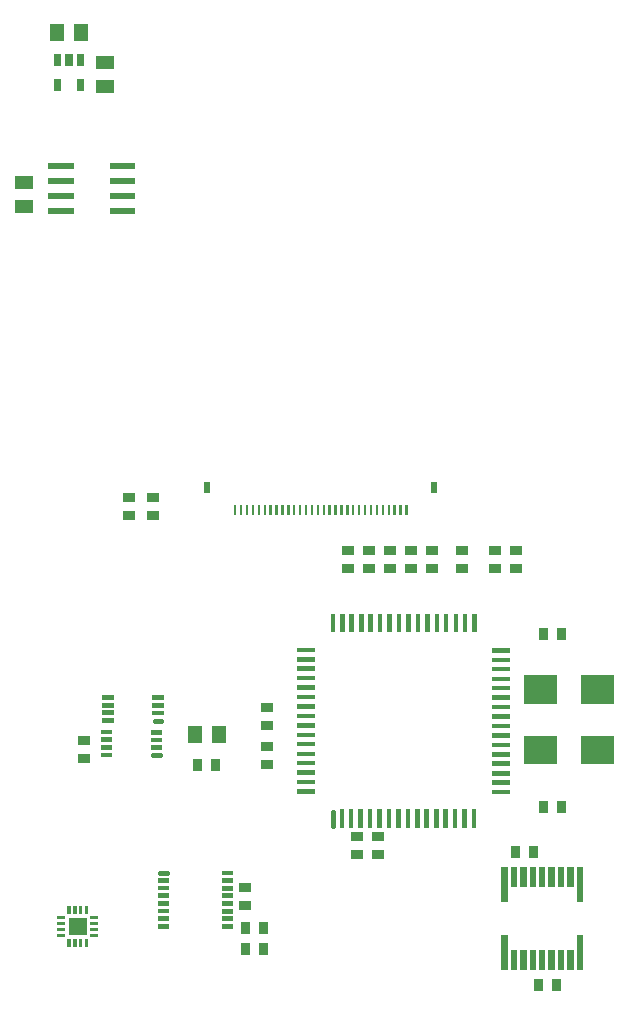
<source format=gbr>
G04 start of page 8 for group -4015 idx -4015
G04 Title: (unknown), toppaste *
G04 Creator: pcb 20080202 *
G04 CreationDate: Sun 22 Jun 2008 10:51:19 AM GMT UTC *
G04 For: sean *
G04 Format: Gerber/RS-274X *
G04 PCB-Dimensions: 280000 410000 *
G04 PCB-Coordinate-Origin: lower left *
%MOIN*%
%FSLAX24Y24*%
%LNFRONTPASTE*%
%ADD12C,0.0200*%
%ADD22R,0.0450X0.0450*%
%ADD23R,0.0300X0.0300*%
%ADD24C,0.0160*%
%ADD25R,0.0160X0.0160*%
%ADD26R,0.0079X0.0079*%
%ADD27R,0.0197X0.0197*%
%ADD28R,0.0240X0.0240*%
%ADD29R,0.0200X0.0200*%
%ADD30R,0.0110X0.0110*%
%ADD31R,0.0945X0.0945*%
%ADD32R,0.0150X0.0150*%
%ADD33C,0.0150*%
%ADD34R,0.0216X0.0216*%
G54D23*X20600Y5850D02*Y5750D01*
X20000Y5850D02*Y5750D01*
X21350Y1410D02*Y1310D01*
X20750Y1410D02*Y1310D01*
X15750Y15240D02*X15850D01*
X15750Y15840D02*X15850D01*
X15050Y15240D02*X15150D01*
X15050Y15840D02*X15150D01*
X19950Y15240D02*X20050D01*
X19950Y15840D02*X20050D01*
X14350Y15240D02*X14450D01*
X14350Y15840D02*X14450D01*
X19250Y15240D02*X19350D01*
X19250Y15840D02*X19350D01*
G54D27*X17279Y18033D02*Y17836D01*
G54D26*X16354Y17304D02*Y17068D01*
X16157Y17304D02*Y17068D01*
X15960Y17304D02*Y17068D01*
X15763Y17304D02*Y17068D01*
X15566Y17304D02*Y17068D01*
X15370Y17304D02*Y17068D01*
X15173Y17304D02*Y17068D01*
X14976Y17304D02*Y17068D01*
X14779Y17304D02*Y17068D01*
X14582Y17304D02*Y17068D01*
X14385Y17304D02*Y17068D01*
X14189Y17304D02*Y17068D01*
X13992Y17304D02*Y17068D01*
X13795Y17304D02*Y17068D01*
X13598Y17304D02*Y17068D01*
X13401Y17304D02*Y17068D01*
X13204Y17304D02*Y17068D01*
X13007Y17304D02*Y17068D01*
X12811Y17304D02*Y17068D01*
X12614Y17304D02*Y17068D01*
X12417Y17304D02*Y17068D01*
X12220Y17304D02*Y17068D01*
X12023Y17304D02*Y17068D01*
X11826Y17304D02*Y17068D01*
X11630Y17304D02*Y17068D01*
X11433Y17304D02*Y17068D01*
X11236Y17304D02*Y17068D01*
X11039Y17304D02*Y17068D01*
X10842Y17304D02*Y17068D01*
X10645Y17304D02*Y17068D01*
G54D27*X9720Y18033D02*Y17836D01*
G54D23*X11000Y2600D02*Y2500D01*
X11600Y2600D02*Y2500D01*
X16450Y15240D02*X16550D01*
X16450Y15840D02*X16550D01*
X21510Y7350D02*Y7250D01*
X20910Y7350D02*Y7250D01*
X11650Y10000D02*X11750D01*
X11650Y10600D02*X11750D01*
G54D34*X19620Y2920D02*Y1955D01*
X19935Y2408D02*Y1955D01*
X20250Y2408D02*Y1955D01*
X20564Y2408D02*Y1955D01*
X20880Y2408D02*Y1955D01*
X21194Y2408D02*Y1955D01*
X21509Y2408D02*Y1955D01*
X21824Y2408D02*Y1955D01*
X22139Y2920D02*Y1955D01*
Y5183D02*Y4219D01*
X21824Y5183D02*Y4731D01*
X21509Y5183D02*Y4731D01*
X21194Y5183D02*Y4731D01*
X20880Y5183D02*Y4731D01*
X20564Y5183D02*Y4730D01*
X20250Y5183D02*Y4731D01*
X19935Y5183D02*Y4731D01*
X19620Y5183D02*Y4219D01*
G54D23*X21510Y13100D02*Y13000D01*
X20910Y13100D02*Y13000D01*
G54D33*X13890Y7130D02*Y6670D01*
G54D32*X14200Y7130D02*Y6670D01*
X14510Y7130D02*Y6670D01*
X14830Y7130D02*Y6670D01*
X15140Y7130D02*Y6670D01*
X15460Y7130D02*Y6670D01*
X15770Y7130D02*Y6670D01*
X16090Y7130D02*Y6670D01*
X16400Y7130D02*Y6670D01*
X16720Y7130D02*Y6670D01*
X17030Y7130D02*Y6670D01*
X17350Y7130D02*Y6670D01*
X17660Y7130D02*Y6670D01*
X17980Y7130D02*Y6670D01*
X18290Y7130D02*Y6670D01*
X18610Y7130D02*Y6670D01*
X19280Y7790D02*X19740D01*
X19280Y8100D02*X19740D01*
X19280Y8410D02*X19740D01*
X19280Y8730D02*X19740D01*
X19280Y9040D02*X19740D01*
X19280Y9360D02*X19740D01*
X19280Y9670D02*X19740D01*
X19280Y9990D02*X19740D01*
X19280Y10300D02*X19740D01*
X19280Y10620D02*X19740D01*
X19280Y10930D02*X19740D01*
X19280Y11250D02*X19740D01*
X19280Y11560D02*X19740D01*
X19280Y11880D02*X19740D01*
X19280Y12190D02*X19740D01*
X19280Y12510D02*X19740D01*
X18620Y13640D02*Y13180D01*
X18310Y13640D02*Y13180D01*
X18000Y13640D02*Y13180D01*
X17680Y13640D02*Y13180D01*
X17370Y13640D02*Y13180D01*
X17050Y13640D02*Y13180D01*
X16740Y13640D02*Y13180D01*
X16420Y13640D02*Y13180D01*
X16110Y13640D02*Y13180D01*
X15790Y13640D02*Y13180D01*
X15480Y13640D02*Y13180D01*
X15160Y13640D02*Y13180D01*
X14850Y13640D02*Y13180D01*
X14530Y13640D02*Y13180D01*
X14220Y13640D02*Y13180D01*
X13900Y13640D02*Y13180D01*
X12770Y12520D02*X13230D01*
X12770Y12210D02*X13230D01*
X12770Y11900D02*X13230D01*
X12770Y11580D02*X13230D01*
X12770Y11270D02*X13230D01*
X12770Y10950D02*X13230D01*
X12770Y10640D02*X13230D01*
X12770Y10320D02*X13230D01*
X12770Y10010D02*X13230D01*
X12770Y9690D02*X13230D01*
X12770Y9380D02*X13230D01*
X12770Y9060D02*X13230D01*
X12770Y8750D02*X13230D01*
X12770Y8430D02*X13230D01*
X12770Y8120D02*X13230D01*
X12770Y7800D02*X13230D01*
G54D23*X10000Y8750D02*Y8650D01*
X9400Y8750D02*Y8650D01*
X10910Y4620D02*X11010D01*
X10910Y4020D02*X11010D01*
G54D22*X4700Y33170D02*Y33030D01*
X5500Y33170D02*Y33030D01*
G54D30*X4766Y3595D02*X4931D01*
X4766Y3398D02*X4931D01*
X4766Y3201D02*X4931D01*
X4766Y3004D02*X4931D01*
X5104Y2831D02*Y2666D01*
X5301Y2831D02*Y2666D01*
X5498Y2831D02*Y2666D01*
X5695Y2831D02*Y2666D01*
X5868Y3004D02*X6033D01*
X5868Y3201D02*X6033D01*
X5868Y3398D02*X6033D01*
X5868Y3595D02*X6033D01*
X5695Y3933D02*Y3768D01*
X5498Y3933D02*Y3768D01*
X5301Y3933D02*Y3768D01*
X5104Y3933D02*Y3768D01*
G54D12*G36*
Y3595D02*Y3004D01*
X5695D01*
Y3595D01*
X5104D01*
G37*
G54D31*X22636Y11204D02*X22793D01*
X20746D02*X20903D01*
X22636Y9196D02*X22793D01*
X20746D02*X20903D01*
G54D23*X17150Y15240D02*X17250D01*
X17150Y15840D02*X17250D01*
X11000Y3290D02*Y3190D01*
X11600Y3290D02*Y3190D01*
G54D22*X3530Y27300D02*X3670D01*
X3530Y28100D02*X3670D01*
X6230Y32100D02*X6370D01*
X6230Y31300D02*X6370D01*
G54D23*X5550Y8900D02*X5650D01*
X5550Y9500D02*X5650D01*
X15350Y5700D02*X15450D01*
X15350Y6300D02*X15450D01*
G54D29*X4510Y28670D02*X5160D01*
X4510Y28170D02*X5160D01*
X4510Y27670D02*X5160D01*
X4510Y27170D02*X5160D01*
X6560D02*X7210D01*
X6560Y27670D02*X7210D01*
X6560Y28170D02*X7210D01*
X6560Y28670D02*X7210D01*
G54D23*X7050Y17000D02*X7150D01*
X7050Y17600D02*X7150D01*
X18150Y15240D02*X18250D01*
X18150Y15840D02*X18250D01*
X7850Y17000D02*X7950D01*
X7850Y17600D02*X7950D01*
G54D24*X7960Y10160D02*X8180D01*
G54D25*X7960Y10420D02*X8180D01*
X7960Y10670D02*X8180D01*
X7960Y10930D02*X8180D01*
X6290Y10940D02*X6510D01*
X6290Y10680D02*X6510D01*
X6290Y10430D02*X6510D01*
X6290Y10170D02*X6510D01*
G54D24*X8150Y5100D02*X8370D01*
G54D25*X8150Y4840D02*X8370D01*
X8150Y4590D02*X8370D01*
X8150Y4330D02*X8370D01*
X8150Y4070D02*X8370D01*
X8150Y3820D02*X8370D01*
X8150Y3560D02*X8370D01*
X8150Y3310D02*X8370D01*
X10270Y3300D02*X10490D01*
X10270Y3560D02*X10490D01*
X10270Y3810D02*X10490D01*
X10270Y4070D02*X10490D01*
X10270Y4330D02*X10490D01*
X10270Y4580D02*X10490D01*
X10270Y4840D02*X10490D01*
X10270Y5090D02*X10490D01*
G54D24*X7920Y9010D02*X8140D01*
G54D25*X7920Y9270D02*X8140D01*
X7920Y9520D02*X8140D01*
X7920Y9780D02*X8140D01*
X6250Y9790D02*X6470D01*
X6250Y9530D02*X6470D01*
X6250Y9280D02*X6470D01*
X6250Y9020D02*X6470D01*
G54D23*X14650Y5700D02*X14750D01*
X14650Y6300D02*X14750D01*
X11650Y8700D02*X11750D01*
X11650Y9300D02*X11750D01*
G54D22*X10100Y9770D02*Y9630D01*
X9300Y9770D02*Y9630D01*
G54D28*X4715Y32257D02*Y32097D01*
X5105Y32257D02*Y32097D01*
X5495Y32257D02*Y32097D01*
Y31437D02*Y31277D01*
X4715Y31437D02*Y31277D01*
M02*

</source>
